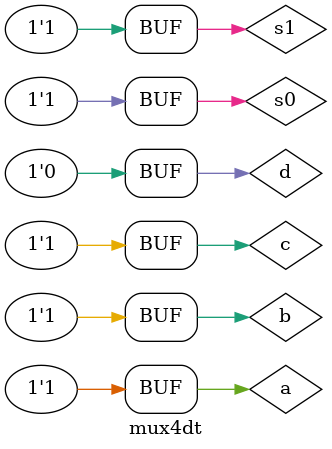
<source format=v>
module mux4gt();
reg a,b,c,d,s1,s0;
wire y;
mux4g m1(.a(a),.b(b),.c(c),.d(d),.y(y),.s1(s1),.s0(s0));
initial
begin
s1 = 1'b0;
s0 = 1'b0;
end
initial 
begin
a = 1'b1;b = 1'b0;c = 1'b0;d = 1'b0;s1 = 1'b0;s0 = 1'b0;
#100
a = 1'b1;b = 1'b0;c = 1'b1;d = 1'b1;s1 = 1'b0;s0 = 1'b1;
#100
a = 1'b0;b = 1'b0;c = 1'b1;d = 1'b0;s1 = 1'b1;s0 = 1'b0;
#100
a = 1'b1;b = 1'b1;c = 1'b1;d = 1'b0;s1 = 1'b1; s0 = 1'b1;
end
initial
$monitor($time    ,"a = '%b',  b = '%b', c = '%b', d = '%b', S1 = '%b', S0 = '%b', output = '%b' ", a,b,c,d,s1,s0,y);
endmodule

module mux4dt();
reg a,b,c,d,s1,s0;
wire y;
mux4d m2(.a(a),.b(b),.c(c),.d(d),.y(y),.s1(s1),.s0(s0));
initial 
begin
a = 1'b1;b = 1'b0;c = 1'b0;d = 1'b0;s1 = 1'b0;s0 = 1'b0;
#100
a = 1'b1;b = 1'b0;c = 1'b1;d = 1'b1;s1 = 1'b0;s0 = 1'b1;
#100
a = 1'b0;b = 1'b0;c = 1'b1;d = 1'b0;s1 = 1'b1;s0 = 1'b0;
#100
a = 1'b1;b = 1'b1;c = 1'b1;d = 1'b0;s1 = 1'b1;s0 = 1'b1;
end
endmodule


</source>
